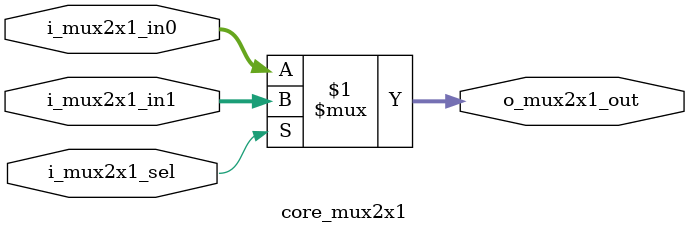
<source format=sv>

module core_mux2x1
#(
  parameter XLEN = 64
)
(
  input  logic [XLEN-1:0] i_mux2x1_in0,
  input  logic [XLEN-1:0] i_mux2x1_in1,
  input  logic            i_mux2x1_sel,
  output logic [XLEN-1:0] o_mux2x1_out
);

assign o_mux2x1_out = i_mux2x1_sel? i_mux2x1_in1 : i_mux2x1_in0;
endmodule
</source>
